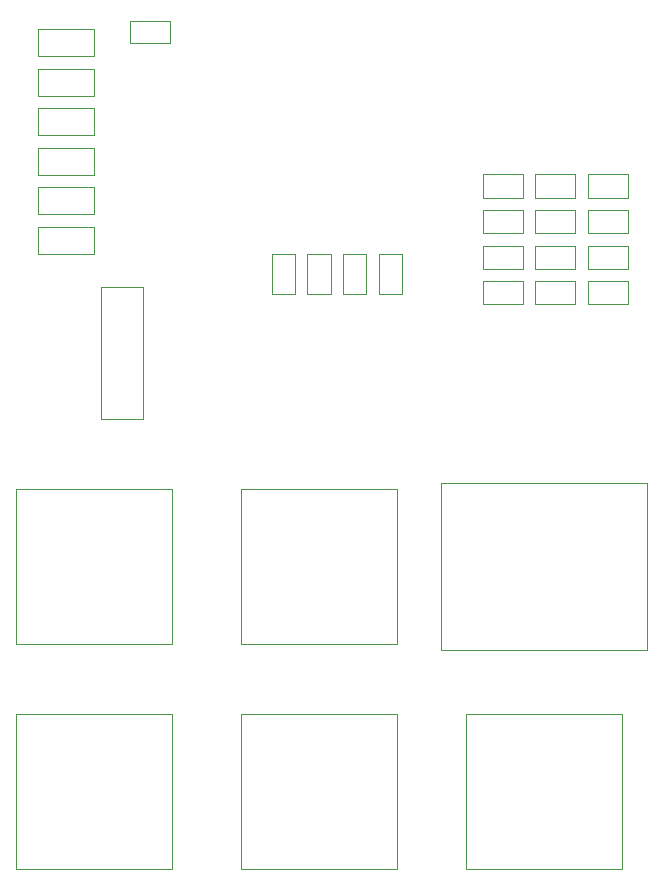
<source format=gbr>
%TF.GenerationSoftware,KiCad,Pcbnew,9.0.7*%
%TF.CreationDate,2026-01-22T22:05:33-06:00*%
%TF.ProjectId,HACK PAD!,4841434b-2050-4414-9421-2e6b69636164,rev?*%
%TF.SameCoordinates,Original*%
%TF.FileFunction,Other,User*%
%FSLAX46Y46*%
G04 Gerber Fmt 4.6, Leading zero omitted, Abs format (unit mm)*
G04 Created by KiCad (PCBNEW 9.0.7) date 2026-01-22 22:05:33*
%MOMM*%
%LPD*%
G01*
G04 APERTURE LIST*
%ADD10C,0.050000*%
G04 APERTURE END LIST*
D10*
%TO.C,D3*%
X38068800Y-39693700D02*
X33368800Y-39693700D01*
X38068800Y-37393700D02*
X38068800Y-39693700D01*
X33368800Y-37393700D02*
X38068800Y-37393700D01*
X33368800Y-37393700D02*
X33368800Y-39693700D01*
%TO.C,U2*%
X38711300Y-52522500D02*
X42251300Y-52522500D01*
X42251300Y-63682500D01*
X38711300Y-63682500D01*
X38711300Y-52522500D01*
%TO.C,C7*%
X75450000Y-49026200D02*
X78850000Y-49026200D01*
X78850000Y-50986200D01*
X75450000Y-50986200D01*
X75450000Y-49026200D01*
%TO.C,C5*%
X75450000Y-43006200D02*
X78850000Y-43006200D01*
X78850000Y-44966200D01*
X75450000Y-44966200D01*
X75450000Y-43006200D01*
%TO.C,C6*%
X75450000Y-46016200D02*
X78850000Y-46016200D01*
X78850000Y-47976200D01*
X75450000Y-47976200D01*
X75450000Y-46016200D01*
%TO.C,C11*%
X79900000Y-49026200D02*
X83300000Y-49026200D01*
X83300000Y-50986200D01*
X79900000Y-50986200D01*
X79900000Y-49026200D01*
%TO.C,RE1*%
X67450000Y-69100000D02*
X67450000Y-83300000D01*
X67450000Y-69100000D02*
X84950000Y-69100000D01*
X84950000Y-83300000D02*
X67450000Y-83300000D01*
X84950000Y-83300000D02*
X84950000Y-69100000D01*
%TO.C,C1*%
X71000000Y-43006200D02*
X74400000Y-43006200D01*
X74400000Y-44966200D01*
X71000000Y-44966200D01*
X71000000Y-43006200D01*
%TO.C,D17*%
X33368800Y-47443700D02*
X33368800Y-49743700D01*
X33368800Y-47443700D02*
X38068800Y-47443700D01*
X38068800Y-47443700D02*
X38068800Y-49743700D01*
X38068800Y-49743700D02*
X33368800Y-49743700D01*
%TO.C,R1*%
X41182500Y-30006200D02*
X44542500Y-30006200D01*
X44542500Y-31906200D01*
X41182500Y-31906200D01*
X41182500Y-30006200D01*
%TO.C,SW2*%
X50550000Y-69600000D02*
X63750000Y-69600000D01*
X50550000Y-82800000D02*
X50550000Y-69600000D01*
X63750000Y-69600000D02*
X63750000Y-82800000D01*
X63750000Y-82800000D02*
X50550000Y-82800000D01*
%TO.C,SW3*%
X31500000Y-88650000D02*
X44700000Y-88650000D01*
X31500000Y-101850000D02*
X31500000Y-88650000D01*
X44700000Y-88650000D02*
X44700000Y-101850000D01*
X44700000Y-101850000D02*
X31500000Y-101850000D01*
%TO.C,C8*%
X75450000Y-52036200D02*
X78850000Y-52036200D01*
X78850000Y-53996200D01*
X75450000Y-53996200D01*
X75450000Y-52036200D01*
%TO.C,C16*%
X62190000Y-53137500D02*
X64150000Y-53137500D01*
X64150000Y-49737500D01*
X62190000Y-49737500D01*
X62190000Y-53137500D01*
%TO.C,C4*%
X71000000Y-52036200D02*
X74400000Y-52036200D01*
X74400000Y-53996200D01*
X71000000Y-53996200D01*
X71000000Y-52036200D01*
%TO.C,C10*%
X79900000Y-46016200D02*
X83300000Y-46016200D01*
X83300000Y-47976200D01*
X79900000Y-47976200D01*
X79900000Y-46016200D01*
%TO.C,C15*%
X59180000Y-53137500D02*
X61140000Y-53137500D01*
X61140000Y-49737500D01*
X59180000Y-49737500D01*
X59180000Y-53137500D01*
%TO.C,SW5*%
X69600000Y-88650000D02*
X82800000Y-88650000D01*
X69600000Y-101850000D02*
X69600000Y-88650000D01*
X82800000Y-88650000D02*
X82800000Y-101850000D01*
X82800000Y-101850000D02*
X69600000Y-101850000D01*
%TO.C,SW4*%
X50550000Y-88650000D02*
X63750000Y-88650000D01*
X50550000Y-101850000D02*
X50550000Y-88650000D01*
X63750000Y-88650000D02*
X63750000Y-101850000D01*
X63750000Y-101850000D02*
X50550000Y-101850000D01*
%TO.C,C9*%
X79900000Y-43006200D02*
X83300000Y-43006200D01*
X83300000Y-44966200D01*
X79900000Y-44966200D01*
X79900000Y-43006200D01*
%TO.C,C3*%
X71000000Y-49026200D02*
X74400000Y-49026200D01*
X74400000Y-50986200D01*
X71000000Y-50986200D01*
X71000000Y-49026200D01*
%TO.C,SWw1*%
X31500000Y-69600000D02*
X44700000Y-69600000D01*
X31500000Y-82800000D02*
X31500000Y-69600000D01*
X44700000Y-69600000D02*
X44700000Y-82800000D01*
X44700000Y-82800000D02*
X31500000Y-82800000D01*
%TO.C,C12*%
X79900000Y-52036200D02*
X83300000Y-52036200D01*
X83300000Y-53996200D01*
X79900000Y-53996200D01*
X79900000Y-52036200D01*
%TO.C,D4*%
X33368800Y-40743700D02*
X33368800Y-43043700D01*
X33368800Y-40743700D02*
X38068800Y-40743700D01*
X38068800Y-40743700D02*
X38068800Y-43043700D01*
X38068800Y-43043700D02*
X33368800Y-43043700D01*
%TO.C,D5*%
X33368800Y-44093700D02*
X33368800Y-46393700D01*
X33368800Y-44093700D02*
X38068800Y-44093700D01*
X38068800Y-44093700D02*
X38068800Y-46393700D01*
X38068800Y-46393700D02*
X33368800Y-46393700D01*
%TO.C,D2*%
X33368800Y-34043700D02*
X33368800Y-36343700D01*
X33368800Y-34043700D02*
X38068800Y-34043700D01*
X38068800Y-34043700D02*
X38068800Y-36343700D01*
X38068800Y-36343700D02*
X33368800Y-36343700D01*
%TO.C,C14*%
X56170000Y-53137500D02*
X58130000Y-53137500D01*
X58130000Y-49737500D01*
X56170000Y-49737500D01*
X56170000Y-53137500D01*
%TO.C,D1*%
X33368800Y-30693700D02*
X33368800Y-32993700D01*
X33368800Y-30693700D02*
X38068800Y-30693700D01*
X38068800Y-30693700D02*
X38068800Y-32993700D01*
X38068800Y-32993700D02*
X33368800Y-32993700D01*
%TO.C,C2*%
X71000000Y-46016200D02*
X74400000Y-46016200D01*
X74400000Y-47976200D01*
X71000000Y-47976200D01*
X71000000Y-46016200D01*
%TO.C,C13*%
X53160000Y-53137500D02*
X55120000Y-53137500D01*
X55120000Y-49737500D01*
X53160000Y-49737500D01*
X53160000Y-53137500D01*
%TD*%
M02*

</source>
